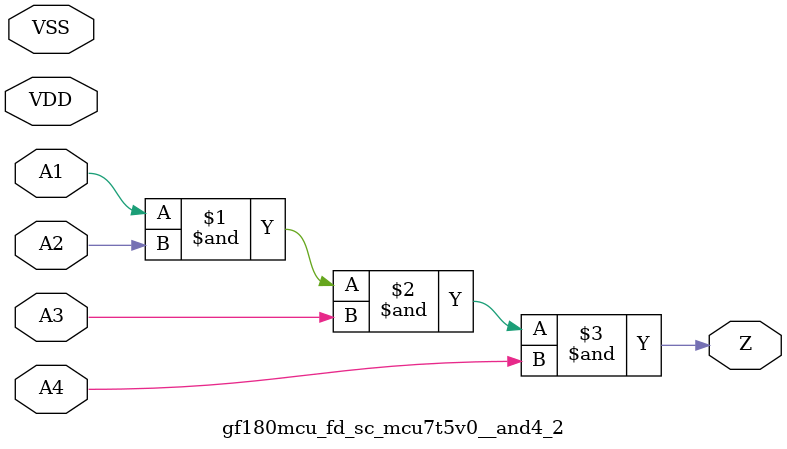
<source format=v>

module gf180mcu_fd_sc_mcu7t5v0__and4_2( A1, A2, A3, A4, Z, VDD, VSS );
input A1, A2, A3, A4;
inout VDD, VSS;
output Z;

	and MGM_BG_0( Z, A1, A2, A3, A4 );

endmodule

</source>
